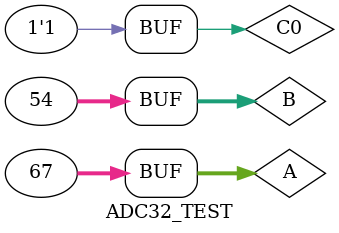
<source format=v>
`timescale 1ns / 1ps


module ADC32_TEST;

	// Inputs
	reg [31:0] A;
	reg [31:0] B;
	reg C0;

	// Outputs
	wire [31:0] S;
	wire Co;

	// Instantiate the Unit Under Test (UUT)
	ADC32 uut (
		.A(A), 
		.B(B), 
		.C0(C0), 
		.S(S), 
		.Co(Co)
	);

	initial begin
		A=32'd0;
		B=32'd0;
      C0=0;		
      #50;  
		A=32'hffffffff;
		B=32'hffffffff; 
      #50; 
		A=32'd20;
		B=32'd129;
		#50;
		A=32'd27;
		B=32'd19;
		#50;
		A=32'd157;
		B=32'd29;
		#50;
		A=32'd37;
		B=32'd68;
		#50;
		A=32'd11;
		B=32'd69;
		#50;
		A=32'd54;
		B=32'd67;
		#50;
		C0=1;		 
		A=32'hffffffff;
		B=32'hffffffff; 
      #50; 
		A=32'd129;
		B=32'd20;
		#50;
		A=32'd27;
		B=32'd19;
		#50;
		A=32'd157;
		B=32'd29;
		#50;
		A=32'd68;
		B=32'd37;
		#50;
		A=32'd69;
		B=32'd11;
		#50;
		A=32'd67;
		B=32'd54;
		#50;
	end
      
endmodule


</source>
